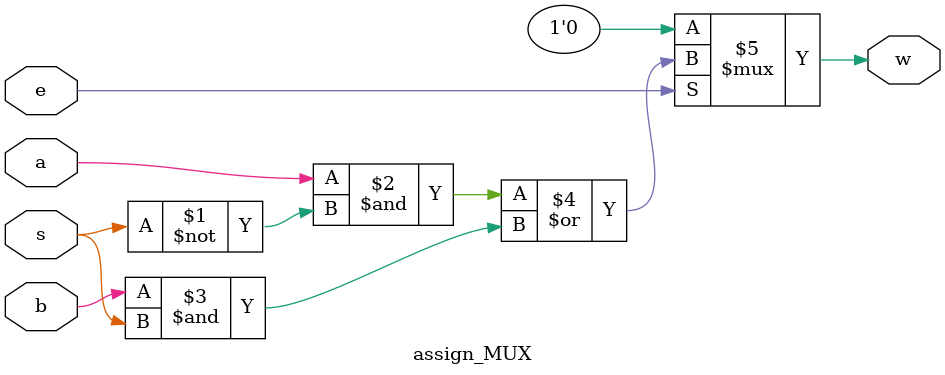
<source format=v>
`timescale 1ns/1ns
module assign_MUX(input a,b,s,e , output w);
    assign #(36,42) w = e?(a&~s)|(b&s):1'b0;
endmodule
</source>
